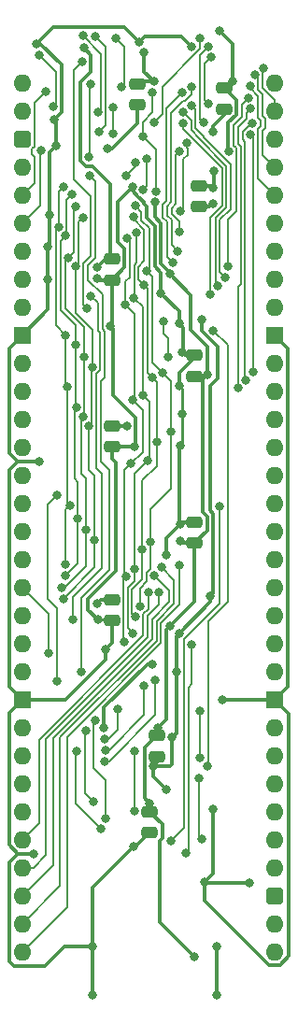
<source format=gbl>
%TF.GenerationSoftware,KiCad,Pcbnew,8.0.4*%
%TF.CreationDate,2024-08-19T19:30:56+02:00*%
%TF.ProjectId,HCP65 Device Interrupts Wide,48435036-3520-4446-9576-69636520496e,rev?*%
%TF.SameCoordinates,PX525bfc0PY43d3480*%
%TF.FileFunction,Copper,L2,Bot*%
%TF.FilePolarity,Positive*%
%FSLAX46Y46*%
G04 Gerber Fmt 4.6, Leading zero omitted, Abs format (unit mm)*
G04 Created by KiCad (PCBNEW 8.0.4) date 2024-08-19 19:30:56*
%MOMM*%
%LPD*%
G01*
G04 APERTURE LIST*
G04 Aperture macros list*
%AMRoundRect*
0 Rectangle with rounded corners*
0 $1 Rounding radius*
0 $2 $3 $4 $5 $6 $7 $8 $9 X,Y pos of 4 corners*
0 Add a 4 corners polygon primitive as box body*
4,1,4,$2,$3,$4,$5,$6,$7,$8,$9,$2,$3,0*
0 Add four circle primitives for the rounded corners*
1,1,$1+$1,$2,$3*
1,1,$1+$1,$4,$5*
1,1,$1+$1,$6,$7*
1,1,$1+$1,$8,$9*
0 Add four rect primitives between the rounded corners*
20,1,$1+$1,$2,$3,$4,$5,0*
20,1,$1+$1,$4,$5,$6,$7,0*
20,1,$1+$1,$6,$7,$8,$9,0*
20,1,$1+$1,$8,$9,$2,$3,0*%
G04 Aperture macros list end*
%TA.AperFunction,SMDPad,CuDef*%
%ADD10RoundRect,0.250000X-0.475000X0.250000X-0.475000X-0.250000X0.475000X-0.250000X0.475000X0.250000X0*%
%TD*%
%TA.AperFunction,SMDPad,CuDef*%
%ADD11RoundRect,0.250000X0.475000X-0.250000X0.475000X0.250000X-0.475000X0.250000X-0.475000X-0.250000X0*%
%TD*%
%TA.AperFunction,ComponentPad*%
%ADD12O,1.600000X1.600000*%
%TD*%
%TA.AperFunction,ComponentPad*%
%ADD13RoundRect,0.400000X-0.400000X-0.400000X0.400000X-0.400000X0.400000X0.400000X-0.400000X0.400000X0*%
%TD*%
%TA.AperFunction,ComponentPad*%
%ADD14R,1.600000X1.600000*%
%TD*%
%TA.AperFunction,ViaPad*%
%ADD15C,0.800000*%
%TD*%
%TA.AperFunction,Conductor*%
%ADD16C,0.380000*%
%TD*%
%TA.AperFunction,Conductor*%
%ADD17C,0.200000*%
%TD*%
%TA.AperFunction,Conductor*%
%ADD18C,0.280000*%
%TD*%
G04 APERTURE END LIST*
D10*
%TO.P,C4,1*%
%TO.N,/3.3V*%
X10414000Y-82000D03*
%TO.P,C4,2*%
%TO.N,/GND*%
X10414000Y-1982000D03*
%TD*%
D11*
%TO.P,C8,1*%
%TO.N,/3.3V*%
X15621000Y-41701000D03*
%TO.P,C8,2*%
%TO.N,/GND*%
X15621000Y-39801000D03*
%TD*%
%TO.P,C1,1*%
%TO.N,/3.3V*%
X15621000Y-26588000D03*
%TO.P,C1,2*%
%TO.N,/GND*%
X15621000Y-24688000D03*
%TD*%
D10*
%TO.P,C12,1*%
%TO.N,/3.3V*%
X18288000Y-463000D03*
%TO.P,C12,2*%
%TO.N,/GND*%
X18288000Y-2363000D03*
%TD*%
%TO.P,C7,1*%
%TO.N,/3.3V*%
X8128000Y-46818000D03*
%TO.P,C7,2*%
%TO.N,/GND*%
X8128000Y-48718000D03*
%TD*%
D11*
%TO.P,C6,1*%
%TO.N,/3.3V*%
X16002000Y-11221000D03*
%TO.P,C6,2*%
%TO.N,/GND*%
X16002000Y-9321000D03*
%TD*%
D10*
%TO.P,C11,1*%
%TO.N,/3.3V*%
X12192000Y-59137000D03*
%TO.P,C11,2*%
%TO.N,/GND*%
X12192000Y-61037000D03*
%TD*%
%TO.P,C2,1*%
%TO.N,/3.3V*%
X8128000Y-31070000D03*
%TO.P,C2,2*%
%TO.N,/GND*%
X8128000Y-32970000D03*
%TD*%
%TO.P,C5,1*%
%TO.N,/3.3V*%
X11557000Y-66045249D03*
%TO.P,C5,2*%
%TO.N,/GND*%
X11557000Y-67945249D03*
%TD*%
%TO.P,C3,1*%
%TO.N,/3.3V*%
X8128000Y-15957000D03*
%TO.P,C3,2*%
%TO.N,/GND*%
X8128000Y-17857000D03*
%TD*%
D12*
%TO.P,J2,1,Pin_1*%
%TO.N,/~{Interrupt}_{Device}4*%
X0Y0D03*
%TO.P,J2,2,Pin_2*%
%TO.N,/~{Interrupt}_{Device}3*%
X0Y-2540000D03*
D13*
%TO.P,J2,3,Pin_3*%
%TO.N,/5V*%
X0Y-5080000D03*
D12*
%TO.P,J2,4,Pin_4*%
%TO.N,/~{Interrupt}_{Device}2*%
X0Y-7620000D03*
%TO.P,J2,5,Pin_5*%
%TO.N,/~{Interrupt}_{Device}1*%
X0Y-10160000D03*
%TO.P,J2,6,Pin_6*%
%TO.N,/~{INT}*%
X0Y-12700000D03*
%TO.P,J2,7,Pin_7*%
%TO.N,unconnected-(J2-Pin_7-Pad7)*%
X0Y-15240000D03*
%TO.P,J2,8,Pin_8*%
%TO.N,unconnected-(J2-Pin_8-Pad8)*%
X0Y-17780000D03*
%TO.P,J2,9,Pin_9*%
%TO.N,unconnected-(J2-Pin_9-Pad9)*%
X0Y-20320000D03*
D14*
%TO.P,J2,10,Pin_10*%
%TO.N,/GND*%
X0Y-22860000D03*
D12*
%TO.P,J2,11,Pin_11*%
%TO.N,/D0*%
X0Y-25400000D03*
%TO.P,J2,12,Pin_12*%
%TO.N,/D1*%
X0Y-27940000D03*
%TO.P,J2,13,Pin_13*%
%TO.N,/D2*%
X0Y-30480000D03*
%TO.P,J2,14,Pin_14*%
%TO.N,/D3*%
X0Y-33020000D03*
%TO.P,J2,15,Pin_15*%
%TO.N,/D4*%
X0Y-35560000D03*
%TO.P,J2,16,Pin_16*%
%TO.N,/D5*%
X0Y-38100000D03*
%TO.P,J2,17,Pin_17*%
%TO.N,/D6*%
X0Y-40640000D03*
%TO.P,J2,18,Pin_18*%
%TO.N,/D7*%
X0Y-43180000D03*
%TO.P,J2,19,Pin_19*%
%TO.N,/~{Device Interrupt}_{ 1..7}*%
X0Y-45720000D03*
%TO.P,J2,20,Pin_20*%
%TO.N,/~{Device Interrupt}_{ 8..15}*%
X0Y-48260000D03*
%TO.P,J2,21,Pin_21*%
%TO.N,/~{Device Interrupt}_{ 16..19}*%
X0Y-50800000D03*
%TO.P,J2,22,Pin_22*%
%TO.N,/~{Device Enable}_{ 1..7}*%
X0Y-53340000D03*
D14*
%TO.P,J2,23,Pin_23*%
%TO.N,/GND*%
X0Y-55880000D03*
D12*
%TO.P,J2,24,Pin_24*%
%TO.N,/~{Device Enable}_{ 8..15}*%
X0Y-58420000D03*
%TO.P,J2,25,Pin_25*%
%TO.N,/~{Device Enable}_{ 16..19}*%
X0Y-60960000D03*
%TO.P,J2,26,Pin_26*%
%TO.N,/~{RD}*%
X0Y-63500000D03*
%TO.P,J2,27,Pin_27*%
%TO.N,unconnected-(J2-Pin_27-Pad27)*%
X0Y-66040000D03*
%TO.P,J2,28,Pin_28*%
%TO.N,/~{Enable}_{Device}19*%
X0Y-68580000D03*
%TO.P,J2,29,Pin_29*%
%TO.N,/~{Enable}_{Device}18*%
X0Y-71120000D03*
%TO.P,J2,30,Pin_30*%
%TO.N,/~{Enable}_{Device}17*%
X0Y-73660000D03*
%TO.P,J2,31,Pin_31*%
%TO.N,/~{Enable}_{Device}16*%
X0Y-76200000D03*
%TO.P,J2,32,Pin_32*%
%TO.N,/~{Enable}_{Device}15*%
X0Y-78740000D03*
%TO.P,J2,33,Pin_33*%
%TO.N,/~{Enable}_{Device}14*%
X22860000Y-78740000D03*
%TO.P,J2,34,Pin_34*%
%TO.N,/~{Enable}_{Device}13*%
X22860000Y-76200000D03*
D13*
%TO.P,J2,35,Pin_35*%
%TO.N,/5V*%
X22860000Y-73660000D03*
D12*
%TO.P,J2,36,Pin_36*%
%TO.N,/~{Enable}_{Device}12*%
X22860000Y-71120000D03*
%TO.P,J2,37,Pin_37*%
%TO.N,/~{Enable}_{Device}11*%
X22860000Y-68580000D03*
%TO.P,J2,38,Pin_38*%
%TO.N,/~{Enable}_{Device}10*%
X22860000Y-66040000D03*
%TO.P,J2,39,Pin_39*%
%TO.N,/~{Enable}_{Device}9*%
X22860000Y-63500000D03*
%TO.P,J2,40,Pin_40*%
%TO.N,/~{Enable}_{Device}8*%
X22860000Y-60960000D03*
%TO.P,J2,41,Pin_41*%
%TO.N,/~{Enable}_{Device}7*%
X22860000Y-58420000D03*
D14*
%TO.P,J2,42,Pin_42*%
%TO.N,/GND*%
X22860000Y-55880000D03*
D12*
%TO.P,J2,43,Pin_43*%
%TO.N,/~{Enable}_{Device}6*%
X22860000Y-53340000D03*
%TO.P,J2,44,Pin_44*%
%TO.N,/~{Enable}_{Device}5*%
X22860000Y-50800000D03*
%TO.P,J2,45,Pin_45*%
%TO.N,/~{Enable}_{Device}4*%
X22860000Y-48260000D03*
%TO.P,J2,46,Pin_46*%
%TO.N,/~{Enable}_{Device}3*%
X22860000Y-45720000D03*
%TO.P,J2,47,Pin_47*%
%TO.N,/~{Enable}_{Device}2*%
X22860000Y-43180000D03*
%TO.P,J2,48,Pin_48*%
%TO.N,/~{Enable}_{Device}1*%
X22860000Y-40640000D03*
%TO.P,J2,49,Pin_49*%
%TO.N,/~{Interrupt}_{Device}19*%
X22860000Y-38100000D03*
%TO.P,J2,50,Pin_50*%
%TO.N,/~{Interrupt}_{Device}18*%
X22860000Y-35560000D03*
%TO.P,J2,51,Pin_51*%
%TO.N,/~{Interrupt}_{Device}17*%
X22860000Y-33020000D03*
%TO.P,J2,52,Pin_52*%
%TO.N,/~{Interrupt}_{Device}16*%
X22860000Y-30480000D03*
%TO.P,J2,53,Pin_53*%
%TO.N,/~{Interrupt}_{Device}15*%
X22860000Y-27940000D03*
%TO.P,J2,54,Pin_54*%
%TO.N,/~{Interrupt}_{Device}14*%
X22860000Y-25400000D03*
D14*
%TO.P,J2,55,Pin_55*%
%TO.N,/GND*%
X22860000Y-22860000D03*
D12*
%TO.P,J2,56,Pin_56*%
%TO.N,/~{Interrupt}_{Device}13*%
X22860000Y-20320000D03*
%TO.P,J2,57,Pin_57*%
%TO.N,/~{Interrupt}_{Device}12*%
X22860000Y-17780000D03*
%TO.P,J2,58,Pin_58*%
%TO.N,/~{Interrupt}_{Device}11*%
X22860000Y-15240000D03*
%TO.P,J2,59,Pin_59*%
%TO.N,/~{Interrupt}_{Device}10*%
X22860000Y-12700000D03*
%TO.P,J2,60,Pin_60*%
%TO.N,/~{Interrupt}_{Device}9*%
X22860000Y-10160000D03*
%TO.P,J2,61,Pin_61*%
%TO.N,/~{Interrupt}_{Device}8*%
X22860000Y-7620000D03*
%TO.P,J2,62,Pin_62*%
%TO.N,/~{Interrupt}_{Device}7*%
X22860000Y-5080000D03*
%TO.P,J2,63,Pin_63*%
%TO.N,/~{Interrupt}_{Device}6*%
X22860000Y-2540000D03*
%TO.P,J2,64,Pin_64*%
%TO.N,/~{Interrupt}_{Device}5*%
X22860000Y0D03*
%TD*%
D15*
%TO.N,/GND*%
X1016003Y-69849997D03*
X1524000Y-34290000D03*
%TO.N,/~{Read Device Interrupt}_{ 1..7}*%
X5334000Y-53340000D03*
X8636000Y-56769000D03*
%TO.N,/~{Device Interrupt}_{ 16..19}*%
X16129000Y-56895994D03*
%TO.N,/~{RD}*%
X10160000Y-65967749D03*
%TO.N,/3.3V*%
X16776116Y-26403878D03*
X6759000Y-47213000D03*
X9497000Y-31070000D03*
X18690632Y-6201368D03*
X14351000Y-41513000D03*
X11938000Y127000D03*
X13414000Y-49206414D03*
X5588000Y3174996D03*
X6782122Y-16688122D03*
X11049000Y2794000D03*
X12319000Y-58420000D03*
X13346987Y-17312427D03*
X17907012Y4699000D03*
X12024168Y-10810231D03*
X11557016Y-65278000D03*
X17272000Y-10922000D03*
X15621000Y-79189000D03*
X19087387Y132000D03*
%TO.N,/GND*%
X6746045Y-17687473D03*
X3045472Y-5715000D03*
X17370729Y-7992102D03*
X13589000Y-59294000D03*
X10617525Y3736738D03*
X13081000Y-42798978D03*
X2871922Y-3351077D03*
X6350000Y-78232000D03*
X11811000Y-52705000D03*
X6858000Y-48641000D03*
X2499080Y-11938000D03*
X1270004Y3556000D03*
X7574911Y-51312218D03*
X14209580Y-49896580D03*
X14489926Y-29972000D03*
X17272000Y-65836249D03*
X14351000Y-32893000D03*
X17653000Y-78232000D03*
X17272000Y-9525000D03*
X13970000Y-53340000D03*
X2333119Y-14859000D03*
X14207502Y-21827498D03*
X14224000Y-27452000D03*
X18161000Y-55880000D03*
X13081000Y-64062749D03*
X2286000Y-17780000D03*
X17653002Y-82676998D03*
X14478000Y-24452000D03*
X11867000Y-61943373D03*
X17059976Y-46482000D03*
X7360351Y-58445422D03*
X7747000Y-5969000D03*
X17272000Y-4445000D03*
X10059869Y-69214751D03*
X15315743Y3310444D03*
X14351000Y-40004992D03*
X7958904Y-22008567D03*
X20574000Y-72517000D03*
X9956577Y-9461597D03*
X16256000Y-21422979D03*
X16510000Y-72390000D03*
X12573000Y-19050006D03*
X6350000Y-82677000D03*
X10177422Y-33000077D03*
%TO.N,/D0*%
X3934080Y-43639000D03*
X3937002Y-22860000D03*
X3302000Y-13081000D03*
X4282361Y-38290500D03*
X3731477Y-9459553D03*
X4042338Y-27580662D03*
%TO.N,/D1*%
X5032361Y-39497000D03*
X3942186Y-13849223D03*
X4877628Y-29413792D03*
X3898335Y-44664695D03*
X4494965Y-10105379D03*
X4826008Y-23749000D03*
%TO.N,/D2*%
X3555342Y-45720000D03*
X4191000Y-15875000D03*
X5588000Y-24793363D03*
X5524247Y-30237597D03*
X5782361Y-40513002D03*
X4826000Y-11176000D03*
%TO.N,/D3*%
X6367151Y-25743012D03*
X6532361Y-41412777D03*
X5503982Y-12214000D03*
X3692436Y-46741146D03*
X4819443Y-16652858D03*
X6003000Y-31115549D03*
%TO.N,/D4*%
X10218145Y-11115205D03*
X10653000Y-47468771D03*
X11582304Y-41571457D03*
X11233002Y-17004132D03*
X13460583Y-31611322D03*
X12675221Y-26288908D03*
%TO.N,/D5*%
X11049000Y-18309998D03*
X10068106Y-12103887D03*
X10256767Y-48390295D03*
X12192000Y-32512000D03*
X10869673Y-42273000D03*
X11769131Y-26712000D03*
%TO.N,/D6*%
X10333303Y-13604151D03*
X10908882Y-28287800D03*
X10033000Y-49870295D03*
X10101139Y-19474637D03*
X10160389Y-44068615D03*
X11366501Y-34226499D03*
%TO.N,/D7*%
X9328101Y-20109000D03*
X9862063Y-34500063D03*
X9451947Y-14076610D03*
X10015544Y-28737193D03*
X9271000Y-50673022D03*
X9421492Y-44742438D03*
%TO.N,/~{Read Device Interrupt}_{ 8..15}*%
X6223000Y-19304000D03*
X12065000Y-54102000D03*
X7493000Y-61468000D03*
X4572000Y-48641000D03*
%TO.N,/~{Interrupt}_{Device}15*%
X14579145Y-3650054D03*
X17003475Y-19191136D03*
%TO.N,/~{Interrupt}_{Device}14*%
X17703475Y-18412914D03*
X14568881Y-2650104D03*
%TO.N,/~{Interrupt}_{Device}13*%
X18400975Y-17621342D03*
X15364000Y-2032000D03*
%TO.N,/~{Interrupt}_{Device}12*%
X18604000Y-16642165D03*
X20473591Y-1367219D03*
%TO.N,/~{Interrupt}_{Device}11*%
X13637235Y-16304235D03*
X14501698Y-907826D03*
%TO.N,/~{Interrupt}_{Device}10*%
X15339349Y-361614D03*
X14082731Y-15255439D03*
%TO.N,/~{Interrupt}_{Device}9*%
X20639062Y-254000D03*
%TO.N,/~{Interrupt}_{Device}8*%
X21056757Y715353D03*
%TO.N,/~{Interrupt}_{Device}7*%
X14235999Y-13462000D03*
X8230171Y-4583382D03*
X14254627Y-6214352D03*
X8260225Y-2245000D03*
%TO.N,/~{Interrupt}_{Device}6*%
X21844000Y1332000D03*
%TO.N,/~{Interrupt}_{Device}4*%
X14312100Y-11639057D03*
X14896832Y-5447816D03*
%TO.N,/~{Interrupt}_{Device}3*%
X12090500Y-9812431D03*
X11811000Y-889000D03*
X10898801Y-4826008D03*
%TO.N,/~{Interrupt}_{Device}2*%
X6223000Y-127000D03*
X6055514Y-6739856D03*
X11303000Y-6858000D03*
X10960584Y-9646004D03*
%TO.N,/~{Interrupt}_{Device}1*%
X9423096Y-8447000D03*
X10282364Y-7206002D03*
X2159000Y-762000D03*
%TO.N,/~{RD}*%
X10160000Y-60605579D03*
%TO.N,/~{Device Interrupt}_{ 8..15}*%
X11020227Y-54610000D03*
X7580852Y-60452010D03*
%TO.N,/~{Read Device Interrupt}_{ 16..19}*%
X17316158Y-22421929D03*
X16771109Y-61901109D03*
%TO.N,/~{Device Interrupt}_{ 16..19}*%
X16064000Y-61194000D03*
%TO.N,/~{Interrupt}_{Device}19*%
X12827000Y-21590000D03*
X13226046Y-24850399D03*
X5842000Y-20447000D03*
X5433000Y1921270D03*
%TO.N,/~{Interrupt}_{Device}18*%
X19521360Y-27655769D03*
X20660392Y-2349619D03*
%TO.N,/~{Interrupt}_{Device}17*%
X20269661Y-26976227D03*
X20862612Y-3653616D03*
%TO.N,/~{Interrupt}_{Device}16*%
X20955000Y-26162000D03*
X20659980Y-4699000D03*
%TO.N,/~{Device Enable}_{ 8..15}*%
X7111994Y-67611336D03*
X4941000Y-60578996D03*
%TO.N,/~{Read Device Enable}_{ 8..15}*%
X13459346Y-68707000D03*
X17872851Y-38407640D03*
%TO.N,/~{Read Device Enable}_{ 16..19}*%
X15370000Y-50886701D03*
X14859000Y-69773255D03*
%TO.N,/~{Device Enable}_{ 16..19}*%
X16225998Y-68533251D03*
X16002000Y-62992000D03*
%TO.N,/~{Enable}_{Device}19*%
X11403289Y-46136597D03*
%TO.N,/~{Enable}_{Device}18*%
X12402606Y-46194561D03*
%TO.N,/~{Enable}_{Device}17*%
X11958465Y-44656597D03*
%TO.N,/~{Enable}_{Device}16*%
X12611165Y-43898977D03*
%TO.N,/~{Enable}_{Device}15*%
X14224000Y-43688000D03*
%TO.N,/~{Read Device Interrupt}_{ 1..7}*%
X7493000Y-59442974D03*
X6086399Y-8372399D03*
%TO.N,/~{Device Interrupt}_{ 1..7}*%
X2413000Y-51689000D03*
%TO.N,/~{Read Device Enable}_{ 1..7}*%
X7575343Y-66673366D03*
X3175000Y-37338000D03*
X6623122Y-57769780D03*
X3175000Y-54229000D03*
%TO.N,/~{Device Enable}_{ 1..7}*%
X6477000Y-65151000D03*
X5734594Y-58693594D03*
%TO.N,Net-(IC2-2Y)*%
X1521085Y2512005D03*
X2766000Y-2171885D03*
%TO.N,Net-(IC2-3Y)*%
X5484783Y4296663D03*
X6854994Y-2645000D03*
%TO.N,Net-(IC2-1Y)*%
X8509000Y4036000D03*
X8955010Y-381000D03*
%TO.N,Net-(IC6-2Y)*%
X11956926Y-3579868D03*
X16112386Y4036681D03*
%TO.N,Net-(IC6-3Y)*%
X16883187Y3309813D03*
X16447440Y-3618560D03*
%TO.N,Net-(IC6-1Y)*%
X17148885Y2335826D03*
X16881706Y-1920134D03*
%TO.N,/~{INT}*%
X1689711Y-6147099D03*
X6641963Y4227938D03*
X6985000Y-4445000D03*
%TD*%
D16*
%TO.N,/GND*%
X13970000Y-58913000D02*
X13970000Y-53340000D01*
X13589000Y-59294000D02*
X13970000Y-58913000D01*
X13970000Y-50136160D02*
X13970000Y-53340000D01*
X14209580Y-49896580D02*
X13970000Y-50136160D01*
D17*
%TO.N,/~{Device Interrupt}_{ 16..19}*%
X16129000Y-61129000D02*
X16129000Y-56895994D01*
X16064000Y-61194000D02*
X16129000Y-61129000D01*
D16*
%TO.N,/GND*%
X22860000Y-55880000D02*
X18161000Y-55880000D01*
D17*
%TO.N,/~{Read Device Interrupt}_{ 16..19}*%
X18657000Y-23762771D02*
X17316158Y-22421929D01*
X16891000Y-48770799D02*
X18657000Y-47004799D01*
X16771109Y-61901109D02*
X16891000Y-61781218D01*
X18657000Y-47004799D02*
X18657000Y-23762771D01*
X16891000Y-61781218D02*
X16891000Y-48770799D01*
%TO.N,/~{Enable}_{Device}15*%
X12556769Y-48923977D02*
X14224000Y-47256746D01*
X12556769Y-50766923D02*
X12556769Y-48923977D01*
X4064000Y-59259692D02*
X12556769Y-50766923D01*
X4064000Y-74676000D02*
X4064000Y-59259692D01*
X14224000Y-47256746D02*
X14224000Y-43688000D01*
X0Y-78740000D02*
X4064000Y-74676000D01*
%TO.N,/~{Enable}_{Device}16*%
X13754479Y-47160582D02*
X13754479Y-45042291D01*
X3429000Y-59329005D02*
X12156767Y-50601238D01*
X3429000Y-72771000D02*
X3429000Y-59329005D01*
X12156767Y-50601238D02*
X12156767Y-48758293D01*
X13754479Y-45042291D02*
X12611165Y-43898977D01*
X0Y-76200000D02*
X3429000Y-72771000D01*
X12156767Y-48758293D02*
X13754479Y-47160582D01*
%TO.N,/~{Enable}_{Device}17*%
X11756767Y-48592607D02*
X13299568Y-47049807D01*
X11756767Y-50435553D02*
X11756767Y-48592607D01*
X13299568Y-47049807D02*
X13299568Y-45997700D01*
X2794000Y-70866000D02*
X2794000Y-59398320D01*
X2794000Y-59398320D02*
X11756767Y-50435553D01*
X0Y-73660000D02*
X2794000Y-70866000D01*
X13299568Y-45997700D02*
X11958465Y-44656597D01*
%TO.N,/~{Enable}_{Device}18*%
X1016000Y-71120000D02*
X0Y-71120000D01*
X2159000Y-59467635D02*
X2159000Y-69977000D01*
X11356767Y-48320640D02*
X11356767Y-50269868D01*
X12402606Y-46194561D02*
X12402606Y-47274801D01*
X12402606Y-47274801D02*
X11356767Y-48320640D01*
X11356767Y-50269868D02*
X2159000Y-59467635D01*
X2159000Y-69977000D02*
X1016000Y-71120000D01*
%TO.N,/~{Enable}_{Device}19*%
X1524000Y-59536950D02*
X10956767Y-50104183D01*
X10956767Y-50104183D02*
X10956767Y-48154954D01*
X10956767Y-48154954D02*
X11403289Y-47708432D01*
X1524000Y-67056000D02*
X1524000Y-59536950D01*
X11403289Y-47708432D02*
X11403289Y-46136597D01*
X0Y-68580000D02*
X1524000Y-67056000D01*
%TO.N,/~{Device Enable}_{ 8..15}*%
X7111994Y-67611336D02*
X4833024Y-65332366D01*
X4833024Y-65332366D02*
X4833024Y-60686972D01*
X4833024Y-60686972D02*
X4941000Y-60578996D01*
D16*
%TO.N,/GND*%
X1016000Y-69850000D02*
X1016003Y-69849997D01*
X-412915Y-69850000D02*
X1016000Y-69850000D01*
X-1192372Y-70629457D02*
X-412915Y-69850000D01*
X-1192372Y-70739000D02*
X-1192372Y-70629457D01*
X-1192372Y-70739000D02*
X-1192372Y-79579628D01*
X-412915Y-69850000D02*
X-1192372Y-69070543D01*
X-1192372Y-69070543D02*
X-1192372Y-57072372D01*
D17*
%TO.N,/~{Device Interrupt}_{ 1..7}*%
X0Y-45720000D02*
X2413000Y-48133000D01*
X2413000Y-48133000D02*
X2413000Y-51689000D01*
%TO.N,/~{Read Device Enable}_{ 1..7}*%
X2286000Y-38227000D02*
X3175000Y-37338000D01*
X3175000Y-47625000D02*
X2286000Y-46736000D01*
X2286000Y-46736000D02*
X2286000Y-38227000D01*
X3175000Y-54229000D02*
X3175000Y-47625000D01*
D16*
%TO.N,/GND*%
X-1190000Y-35052000D02*
X-428000Y-34290000D01*
X-1190000Y-35052000D02*
X-1190000Y-54690000D01*
X-428000Y-34290000D02*
X1524000Y-34290000D01*
X-1190000Y-33528000D02*
X-428000Y-34290000D01*
X-1190000Y-24050000D02*
X-1190000Y-33528000D01*
D17*
%TO.N,/~{Read Device Enable}_{ 8..15}*%
X14670000Y-50426113D02*
X17872851Y-47223262D01*
X14670000Y-67496346D02*
X14670000Y-50426113D01*
X13459346Y-68707000D02*
X14670000Y-67496346D01*
D16*
%TO.N,/GND*%
X17689775Y-23912775D02*
X16256000Y-22479000D01*
X17689775Y-26771574D02*
X17689775Y-23912775D01*
X17018000Y-38740732D02*
X17018000Y-27443349D01*
X17316000Y-39038732D02*
X17018000Y-38740732D01*
X16256000Y-22479000D02*
X16256000Y-21422979D01*
X17316000Y-46225976D02*
X17316000Y-39038732D01*
X17059976Y-46482000D02*
X17316000Y-46225976D01*
X17018000Y-27443349D02*
X17689775Y-26771574D01*
%TO.N,/3.3V*%
X16311000Y-26868994D02*
X16776116Y-26403878D01*
X15621000Y-41701000D02*
X16736000Y-40586000D01*
X16311000Y-38853976D02*
X16311000Y-26868994D01*
X16736000Y-39278976D02*
X16311000Y-38853976D01*
D17*
%TO.N,/~{Read Device Enable}_{ 8..15}*%
X17872851Y-47223262D02*
X17872851Y-38407640D01*
D16*
%TO.N,/3.3V*%
X16736000Y-40586000D02*
X16736000Y-39278976D01*
X15621000Y-46999414D02*
X15621000Y-41701000D01*
X13414000Y-49206414D02*
X15621000Y-46999414D01*
D17*
%TO.N,/~{Read Device Interrupt}_{ 1..7}*%
X8636000Y-56769000D02*
X8636000Y-58614465D01*
X7807491Y-59442974D02*
X7493000Y-59442974D01*
X8636000Y-58614465D02*
X7807491Y-59442974D01*
D16*
%TO.N,/GND*%
X11311657Y-52705000D02*
X11811000Y-52705000D01*
X7413122Y-58392651D02*
X7413122Y-56603535D01*
X7413122Y-56603535D02*
X11311657Y-52705000D01*
X7360351Y-58445422D02*
X7413122Y-58392651D01*
D17*
%TO.N,/~{Read Device Enable}_{ 1..7}*%
X6461623Y-62055253D02*
X6461623Y-57931279D01*
X6461623Y-57931279D02*
X6623122Y-57769780D01*
X7575343Y-63168973D02*
X6461623Y-62055253D01*
X7575343Y-66673366D02*
X7575343Y-63168973D01*
%TO.N,/~{RD}*%
X10160000Y-65532000D02*
X10160000Y-60605579D01*
D16*
%TO.N,/3.3V*%
X13046767Y-57692233D02*
X12319000Y-58420000D01*
X13046767Y-49573647D02*
X13046767Y-57692233D01*
X12319000Y-59010000D02*
X12319000Y-58420000D01*
X13414000Y-49206414D02*
X13046767Y-49573647D01*
X11077000Y-60252000D02*
X11077000Y-64797984D01*
X11077000Y-64797984D02*
X11557016Y-65278000D01*
D17*
%TO.N,/~{Read Device Interrupt}_{ 1..7}*%
X5334000Y-46678036D02*
X5334000Y-53340000D01*
X7874000Y-44138036D02*
X5334000Y-46678036D01*
X7103000Y-27060000D02*
X7103000Y-34281000D01*
X7493000Y-26670000D02*
X7103000Y-27060000D01*
X7874000Y-35052000D02*
X7874000Y-44138036D01*
X7493000Y-22532613D02*
X7493000Y-26670000D01*
X5919443Y-17850821D02*
X7259207Y-19190585D01*
X5919443Y-16560851D02*
X5919443Y-17850821D01*
X6086399Y-8372399D02*
X6604000Y-8890000D01*
X7259207Y-22298820D02*
X7493000Y-22532613D01*
X6604000Y-8890000D02*
X6604000Y-15876294D01*
X7103000Y-34281000D02*
X7874000Y-35052000D01*
X6604000Y-15876294D02*
X5919443Y-16560851D01*
X7259207Y-19190585D02*
X7259207Y-22298820D01*
%TO.N,/~{Read Device Interrupt}_{ 8..15}*%
X4572000Y-46609000D02*
X4572000Y-48641000D01*
X7232361Y-43948639D02*
X4572000Y-46609000D01*
X7232361Y-35426361D02*
X7232361Y-43948639D01*
X7067151Y-26032962D02*
X6703000Y-26397113D01*
X7067151Y-22672450D02*
X7067151Y-26032962D01*
X6858904Y-22464203D02*
X7067151Y-22672450D01*
X6703000Y-34897000D02*
X7232361Y-35426361D01*
X6858904Y-19939904D02*
X6858904Y-22464203D01*
X6703000Y-26397113D02*
X6703000Y-34897000D01*
X6223000Y-19304000D02*
X6858904Y-19939904D01*
%TO.N,/D3*%
X3692456Y-46741146D02*
X3692436Y-46741146D01*
X6532361Y-43901241D02*
X3692456Y-46741146D01*
X6532361Y-41412777D02*
X6532361Y-43901241D01*
%TO.N,/D2*%
X3832980Y-45720000D02*
X3555342Y-45720000D01*
X5782361Y-40513002D02*
X5782361Y-43770619D01*
X5782361Y-43770619D02*
X3832980Y-45720000D01*
D16*
%TO.N,/GND*%
X8128000Y-32970000D02*
X8128000Y-34036000D01*
X8509000Y-34417000D02*
X8509000Y-44196000D01*
X8128000Y-34036000D02*
X8509000Y-34417000D01*
X5969000Y-46736000D02*
X5969000Y-47752000D01*
X8509000Y-44196000D02*
X5969000Y-46736000D01*
X5969000Y-47752000D02*
X6858000Y-48641000D01*
D17*
%TO.N,/D3*%
X6532361Y-35615361D02*
X6003000Y-35086000D01*
X6003000Y-35086000D02*
X6003000Y-31115549D01*
X6532361Y-41412777D02*
X6532361Y-35615361D01*
%TO.N,/D2*%
X5303000Y-35402000D02*
X5782361Y-35881361D01*
X5303000Y-30458844D02*
X5303000Y-35402000D01*
X5524247Y-30237597D02*
X5303000Y-30458844D01*
X5782361Y-35881361D02*
X5782361Y-40513002D01*
%TO.N,/D1*%
X5032361Y-36147361D02*
X5032361Y-39497000D01*
X4757382Y-35872382D02*
X5032361Y-36147361D01*
X4757382Y-29534038D02*
X4757382Y-35872382D01*
X4877628Y-29413792D02*
X4757382Y-29534038D01*
%TO.N,/D0*%
X4042338Y-38050477D02*
X4282361Y-38290500D01*
X4042338Y-27580662D02*
X4042338Y-38050477D01*
X3934080Y-43639000D02*
X3934080Y-38638781D01*
X3934080Y-38638781D02*
X4282361Y-38290500D01*
%TO.N,/D1*%
X3898335Y-44664695D02*
X5032361Y-43530669D01*
X5032361Y-43530669D02*
X5032361Y-39497000D01*
D16*
%TO.N,/GND*%
X10147345Y-32970000D02*
X10177422Y-33000077D01*
X10287000Y-32890499D02*
X10177422Y-33000077D01*
X8128000Y-32970000D02*
X10147345Y-32970000D01*
X8223029Y-28289029D02*
X10287000Y-30353000D01*
X7958904Y-22008567D02*
X8223029Y-22272692D01*
X8223029Y-22272692D02*
X8223029Y-28289029D01*
D17*
%TO.N,/D7*%
X9421492Y-44742438D02*
X9252000Y-44572946D01*
X9252000Y-35110126D02*
X9862063Y-34500063D01*
X10900384Y-33461742D02*
X9862063Y-34500063D01*
X10900384Y-29622033D02*
X10900384Y-33461742D01*
X10015544Y-28737193D02*
X10900384Y-29622033D01*
D16*
%TO.N,/GND*%
X10287000Y-30353000D02*
X10287000Y-32890499D01*
D17*
%TO.N,/D7*%
X9252000Y-44572946D02*
X9252000Y-35110126D01*
%TO.N,/D6*%
X10160389Y-35432611D02*
X11366501Y-34226499D01*
X10160389Y-44068615D02*
X10160389Y-35432611D01*
X11492000Y-34101000D02*
X11366501Y-34226499D01*
X10908882Y-28287800D02*
X11492000Y-28870918D01*
X11492000Y-28870918D02*
X11492000Y-34101000D01*
%TO.N,/D5*%
X10869673Y-36037988D02*
X12192000Y-34715661D01*
X10869673Y-42273000D02*
X10869673Y-36037988D01*
X12192000Y-34715661D02*
X12192000Y-32512000D01*
D16*
%TO.N,/GND*%
X7574911Y-52242089D02*
X7574911Y-51312218D01*
X3937000Y-55880000D02*
X7574911Y-52242089D01*
X0Y-55880000D02*
X3937000Y-55880000D01*
D17*
%TO.N,/~{Read Device Interrupt}_{ 8..15}*%
X7842894Y-61468000D02*
X7493000Y-61468000D01*
X12065000Y-57245894D02*
X7842894Y-61468000D01*
X12065000Y-54102000D02*
X12065000Y-57245894D01*
%TO.N,/~{Device Interrupt}_{ 8..15}*%
X7866038Y-60452010D02*
X7580852Y-60452010D01*
X11020227Y-57297821D02*
X7866038Y-60452010D01*
X11020227Y-54610000D02*
X11020227Y-57297821D01*
%TO.N,/~{Device Enable}_{ 1..7}*%
X5715000Y-64389000D02*
X6477000Y-65151000D01*
X5715000Y-58713188D02*
X5715000Y-64389000D01*
X5734594Y-58693594D02*
X5715000Y-58713188D01*
%TO.N,/~{Device Enable}_{ 16..19}*%
X16002000Y-68309253D02*
X16002000Y-62992000D01*
X16225998Y-68533251D02*
X16002000Y-68309253D01*
D16*
%TO.N,/GND*%
X11867000Y-61943373D02*
X11867000Y-62848749D01*
%TO.N,/3.3V*%
X12192000Y-59137000D02*
X11077000Y-60252000D01*
X11557000Y-65278016D02*
X11557016Y-65278000D01*
X11557000Y-66045249D02*
X11557000Y-65278016D01*
X12672000Y-68467273D02*
X12672000Y-67160249D01*
X12468548Y-68670725D02*
X12672000Y-68467273D01*
X12672000Y-67160249D02*
X11557000Y-66045249D01*
X12468548Y-76036548D02*
X12468548Y-68670725D01*
X15621000Y-79189000D02*
X12468548Y-76036548D01*
%TO.N,/GND*%
X10287498Y-69214751D02*
X11557000Y-67945249D01*
X10059869Y-69214751D02*
X10287498Y-69214751D01*
X6350000Y-72924620D02*
X6350000Y-78232000D01*
X10059869Y-69214751D02*
X6350000Y-72924620D01*
X11867000Y-62848749D02*
X13081000Y-64062749D01*
X17272000Y-71628000D02*
X16510000Y-72390000D01*
X17272000Y-65836249D02*
X17272000Y-71628000D01*
X2032000Y-80010000D02*
X3810000Y-78232000D01*
X-762000Y-80010000D02*
X2032000Y-80010000D01*
X3810000Y-78232000D02*
X6350000Y-78232000D01*
X-1192372Y-79579628D02*
X-762000Y-80010000D01*
X0Y-55880000D02*
X-1192372Y-57072372D01*
X6350000Y-78232000D02*
X6350000Y-82677000D01*
X17653000Y-82676996D02*
X17653002Y-82676998D01*
X17653000Y-78232000D02*
X17653000Y-82676996D01*
%TO.N,/3.3V*%
X19069469Y132000D02*
X19087387Y132000D01*
X14539000Y-41701000D02*
X14351000Y-41513000D01*
X8001000Y-9148113D02*
X6395658Y-7542771D01*
X18288000Y-463000D02*
X19403000Y-1578000D01*
X8128000Y-46818000D02*
X7154000Y-46818000D01*
X8128000Y-31070000D02*
X9497000Y-31070000D01*
X16591994Y-26588000D02*
X16776116Y-26403878D01*
X17907012Y4699000D02*
X19087387Y3518625D01*
X19403000Y-1578000D02*
X19403000Y-2878097D01*
X6223000Y1016000D02*
X6223000Y2539996D01*
X8001000Y-15830000D02*
X8001000Y-9148113D01*
X12573000Y-16406657D02*
X12573000Y-12717314D01*
X16776116Y-26403878D02*
X16776116Y-23873866D01*
X11049000Y1016000D02*
X11938000Y127000D01*
X18670000Y-3611097D02*
X18670000Y-6180736D01*
X18474469Y-463000D02*
X19069469Y132000D01*
X5265514Y-7067085D02*
X5265514Y58514D01*
X5741200Y-7542771D02*
X5265514Y-7067085D01*
X11938000Y127000D02*
X10623000Y127000D01*
X16973000Y-11221000D02*
X17272000Y-10922000D01*
X15268000Y-19233440D02*
X13346987Y-17312427D01*
X8128000Y-15957000D02*
X7513244Y-15957000D01*
X19403000Y-2878097D02*
X18670000Y-3611097D01*
X6223000Y2539996D02*
X5588000Y3174996D01*
X15621000Y-41701000D02*
X14539000Y-41701000D01*
X12573000Y-12717314D02*
X12024168Y-12168482D01*
X6395658Y-7542771D02*
X5741200Y-7542771D01*
X15621000Y-26588000D02*
X16591994Y-26588000D01*
X5265514Y58514D02*
X6223000Y1016000D01*
X7513244Y-15957000D02*
X6782122Y-16688122D01*
X19087387Y3518625D02*
X19087387Y132000D01*
X18670000Y-6180736D02*
X18690632Y-6201368D01*
X16002000Y-11221000D02*
X16973000Y-11221000D01*
X16776116Y-23873866D02*
X15268000Y-22365750D01*
X11049000Y2794000D02*
X11049000Y1016000D01*
X13346987Y-17180644D02*
X12573000Y-16406657D01*
X13346987Y-17312427D02*
X13346987Y-17180644D01*
X7154000Y-46818000D02*
X6759000Y-47213000D01*
X12024168Y-12168482D02*
X12024168Y-10810231D01*
X15268000Y-22365750D02*
X15268000Y-19233440D01*
%TO.N,/GND*%
X11071787Y4191000D02*
X10617525Y3736738D01*
X24050000Y-24050000D02*
X24050000Y-54690000D01*
X8128000Y-17857000D02*
X9243000Y-16742000D01*
X17272000Y-3937000D02*
X17272000Y-4445000D01*
X17059976Y-47046184D02*
X17059976Y-46482000D01*
X14224000Y-39877992D02*
X14224000Y-33020000D01*
X22860000Y-22860000D02*
X24050000Y-24050000D01*
X1270004Y3556000D02*
X1651000Y3556000D01*
X17272000Y-9525000D02*
X17370729Y-9426271D01*
X8661947Y-10756227D02*
X9956577Y-9461597D01*
X11993000Y-12957558D02*
X11290114Y-12254672D01*
X14224000Y-33020000D02*
X14351000Y-32893000D01*
X14605000Y-24325000D02*
X14605000Y-22224996D01*
X-1190000Y-54690000D02*
X0Y-55880000D01*
X15621000Y-39801000D02*
X14554992Y-39801000D01*
X14224000Y-26289000D02*
X14224000Y-27452000D01*
X2499080Y-6261392D02*
X2499080Y-11938000D01*
X12192000Y-61037000D02*
X12192000Y-61618373D01*
X17068000Y-9321000D02*
X17272000Y-9525000D01*
X9956577Y-9759226D02*
X9956577Y-9461597D01*
X2333119Y-20526881D02*
X2333119Y-17827119D01*
X15621000Y-24688000D02*
X14714000Y-24688000D01*
X0Y-22860000D02*
X-1190000Y-24050000D01*
X11290114Y-11193406D02*
X11008145Y-10911437D01*
X10545374Y-10325205D02*
X10522556Y-10325205D01*
X14351000Y-40004992D02*
X13081000Y-41274992D01*
X2499080Y-11938000D02*
X2499080Y-14693039D01*
X14605000Y-22224996D02*
X14207502Y-21827498D01*
X8128000Y-21839471D02*
X7958904Y-22008567D01*
X14207502Y-20684508D02*
X14207502Y-21827498D01*
X16637000Y-72517000D02*
X16510000Y-72390000D01*
X1270004Y3556000D02*
X2800667Y5086663D01*
X14714000Y-24688000D02*
X14478000Y-24452000D01*
X22367085Y-79930000D02*
X16510000Y-74072915D01*
X11008145Y-10911437D02*
X11008145Y-10787976D01*
X15315743Y3310444D02*
X14435187Y4191000D01*
X2286000Y-17780000D02*
X2333119Y-17732881D01*
X12573000Y-19050006D02*
X14207502Y-20684508D01*
X6915572Y-17857000D02*
X6746045Y-17687473D01*
X3556000Y1651000D02*
X3556000Y-2666999D01*
D18*
X14489926Y-29972000D02*
X14489926Y-27717926D01*
D16*
X14435187Y4191000D02*
X11071787Y4191000D01*
X11008145Y-10787976D02*
X10545374Y-10325205D01*
X11290114Y-12254672D02*
X11290114Y-11193406D01*
X24175000Y-79107915D02*
X23352915Y-79930000D01*
X9243000Y-14984892D02*
X8661947Y-14403839D01*
X1651000Y3556000D02*
X3556000Y1651000D01*
X13081000Y-41274992D02*
X13081000Y-42798978D01*
X8128000Y-5969000D02*
X7747000Y-5969000D01*
D18*
X14351000Y-32893000D02*
X14489926Y-32754074D01*
D16*
X3045472Y-3524627D02*
X3045472Y-5715000D01*
X12556987Y-19033993D02*
X12556987Y-17210888D01*
X22860000Y-55880000D02*
X24175000Y-57195000D01*
X2871922Y-3351077D02*
X3045472Y-3524627D01*
X14554992Y-39801000D02*
X14351000Y-40004992D01*
X2499080Y-14693039D02*
X2333119Y-14859000D01*
X10414000Y-3683000D02*
X8128000Y-5969000D01*
D18*
X6858000Y-48641000D02*
X8051000Y-48641000D01*
D16*
X18288000Y-2921000D02*
X17272000Y-3937000D01*
D18*
X14489926Y-32754074D02*
X14489926Y-29972000D01*
D16*
X16002000Y-9321000D02*
X17068000Y-9321000D01*
X11993000Y-16646901D02*
X11993000Y-12957558D01*
X14478000Y-24452000D02*
X14605000Y-24325000D01*
X8128000Y-50759129D02*
X7574911Y-51312218D01*
X18288000Y-2363000D02*
X18288000Y-2921000D01*
X12192000Y-61618373D02*
X11867000Y-61943373D01*
X10522556Y-10325205D02*
X9956577Y-9759226D01*
X24175000Y-57195000D02*
X24175000Y-79107915D01*
X24050000Y-54690000D02*
X22860000Y-55880000D01*
X8128000Y-17857000D02*
X6915572Y-17857000D01*
X13589000Y-61722000D02*
X13367627Y-61943373D01*
X10414000Y-1982000D02*
X10414000Y-3683000D01*
X13589000Y-59294000D02*
X13589000Y-61722000D01*
X15621000Y-24892000D02*
X14224000Y-26289000D01*
X14351000Y-40004992D02*
X14224000Y-39877992D01*
X2800667Y5086663D02*
X9267600Y5086663D01*
X12556987Y-17210888D02*
X11993000Y-16646901D01*
D18*
X14489926Y-27717926D02*
X14224000Y-27452000D01*
D16*
X9267600Y5086663D02*
X10617525Y3736738D01*
X16510000Y-74072915D02*
X16510000Y-72390000D01*
X20574000Y-72517000D02*
X16637000Y-72517000D01*
X23352915Y-79930000D02*
X22367085Y-79930000D01*
X14209580Y-49896580D02*
X17059976Y-47046184D01*
X17370729Y-9426271D02*
X17370729Y-7992102D01*
X13367627Y-61943373D02*
X11867000Y-61943373D01*
X0Y-22860000D02*
X2333119Y-20526881D01*
X8661947Y-14403839D02*
X8661947Y-10756227D01*
X12573000Y-19050006D02*
X12556987Y-19033993D01*
X3556000Y-2666999D02*
X2871922Y-3351077D01*
X2333119Y-17827119D02*
X2286000Y-17780000D01*
X8128000Y-48718000D02*
X8128000Y-50759129D01*
X9243000Y-16742000D02*
X9243000Y-14984892D01*
X3045472Y-5715000D02*
X2499080Y-6261392D01*
X8128000Y-17857000D02*
X8128000Y-21839471D01*
X2333119Y-17732881D02*
X2333119Y-14859000D01*
D17*
%TO.N,/D0*%
X3056000Y-13327000D02*
X3302000Y-13081000D01*
X3302000Y-9889030D02*
X3731477Y-9459553D01*
X4042338Y-27580662D02*
X3937002Y-27475326D01*
X3937002Y-22860000D02*
X3056000Y-21978998D01*
X3056000Y-21978998D02*
X3056000Y-13327000D01*
X3937002Y-27475326D02*
X3937002Y-22860000D01*
X3302000Y-13081000D02*
X3302000Y-9889030D01*
%TO.N,/D1*%
X3942186Y-13849223D02*
X4002000Y-13789409D01*
X4826008Y-23749000D02*
X4826008Y-21959379D01*
X3472000Y-14319409D02*
X3942186Y-13849223D01*
X4002000Y-10598344D02*
X4494965Y-10105379D01*
X4877628Y-29413792D02*
X4826008Y-29362172D01*
X3472000Y-20605371D02*
X3472000Y-14319409D01*
X4826008Y-21959379D02*
X3472000Y-20605371D01*
X4826008Y-29362172D02*
X4826008Y-23749000D01*
X4002000Y-13789409D02*
X4002000Y-10598344D01*
%TO.N,/D2*%
X3872000Y-20439685D02*
X3872000Y-16194000D01*
X5588002Y-30173842D02*
X5588002Y-24793365D01*
X4191000Y-15875000D02*
X4677000Y-15389000D01*
X3872000Y-16194000D02*
X4191000Y-15875000D01*
X4677000Y-15389000D02*
X4677000Y-11325000D01*
X5588000Y-24793363D02*
X5588000Y-22155685D01*
X5588000Y-22155685D02*
X3872000Y-20439685D01*
X5588002Y-24793365D02*
X5588000Y-24793363D01*
X4677000Y-11325000D02*
X4826000Y-11176000D01*
X5524247Y-30237597D02*
X5588002Y-30173842D01*
%TO.N,/D3*%
X4819443Y-20821443D02*
X4819443Y-16652858D01*
X6367151Y-25743012D02*
X6367151Y-22369151D01*
X4819443Y-16652858D02*
X5119443Y-16352858D01*
X5119443Y-16352858D02*
X5119443Y-12598539D01*
X6003000Y-31115549D02*
X6303000Y-30815549D01*
X5119443Y-12598539D02*
X5503982Y-12214000D01*
X6367151Y-22369151D02*
X4819443Y-20821443D01*
X6303000Y-30815549D02*
X6303000Y-25807163D01*
X6303000Y-25807163D02*
X6367151Y-25743012D01*
%TO.N,/D4*%
X11233002Y-17004132D02*
X11749890Y-17521020D01*
X13460583Y-27074270D02*
X12675221Y-26288908D01*
X10800114Y-11697174D02*
X10218145Y-11115205D01*
X11258465Y-44366647D02*
X11258465Y-45187221D01*
X13460583Y-31611322D02*
X13460583Y-27074270D01*
X11503000Y-16734134D02*
X11503000Y-13160522D01*
X11233002Y-17004132D02*
X11503000Y-16734134D01*
X11749890Y-17521020D02*
X11749890Y-25363577D01*
X11582304Y-44042808D02*
X11258465Y-44366647D01*
X10653000Y-45792686D02*
X10653000Y-47468771D01*
X13460583Y-36773453D02*
X11582304Y-38651732D01*
X10800114Y-12457636D02*
X10800114Y-11697174D01*
X11582304Y-41571457D02*
X11582304Y-44042808D01*
X13460583Y-31611322D02*
X13460583Y-36773453D01*
X11503000Y-13160522D02*
X10800114Y-12457636D01*
X11582304Y-38651732D02*
X11582304Y-41571457D01*
X11749890Y-25363577D02*
X12675221Y-26288908D01*
X11258465Y-45187221D02*
X10653000Y-45792686D01*
%TO.N,/D5*%
X11049000Y-18309998D02*
X10533000Y-17793998D01*
X10068106Y-12320334D02*
X10068106Y-12103887D01*
X9953000Y-45927000D02*
X9953000Y-48086528D01*
X10858465Y-45021535D02*
X9953000Y-45927000D01*
X11049000Y-13301228D02*
X10068106Y-12320334D01*
X12192000Y-27134869D02*
X12192000Y-32512000D01*
X10869673Y-44233731D02*
X10858465Y-44244939D01*
X11769131Y-26712000D02*
X12192000Y-27134869D01*
X10533000Y-16671253D02*
X11049000Y-16155253D01*
X10869673Y-42273000D02*
X10869673Y-44233731D01*
X11349890Y-26292759D02*
X11769131Y-26712000D01*
X11049000Y-16155253D02*
X11049000Y-13301228D01*
X11049000Y-18309998D02*
X11349890Y-18610888D01*
X11349890Y-18610888D02*
X11349890Y-26292759D01*
X10858465Y-44244939D02*
X10858465Y-45021535D01*
X9953000Y-48086528D02*
X10256767Y-48390295D01*
X10533000Y-17793998D02*
X10533000Y-16671253D01*
%TO.N,/D6*%
X10908882Y-28287800D02*
X10908882Y-20282380D01*
X10133000Y-19442776D02*
X10133000Y-16505567D01*
X10908882Y-20282380D02*
X10101139Y-19474637D01*
X9553000Y-49390295D02*
X10033000Y-49870295D01*
X9553000Y-45761314D02*
X9553000Y-49390295D01*
X10101139Y-19474637D02*
X10133000Y-19442776D01*
X10333303Y-16305264D02*
X10333303Y-13604151D01*
X10133000Y-16505567D02*
X10333303Y-16305264D01*
X10160389Y-45153926D02*
X9553000Y-45761314D01*
X10160389Y-44068615D02*
X10160389Y-45153926D01*
%TO.N,/D7*%
X9153000Y-45010930D02*
X9153000Y-50555022D01*
X10160000Y-28592737D02*
X10160000Y-20940899D01*
X9733000Y-17603615D02*
X9733000Y-14357663D01*
X9733000Y-14357663D02*
X9451947Y-14076610D01*
X9153000Y-50555022D02*
X9271000Y-50673022D01*
X9328101Y-18008514D02*
X9733000Y-17603615D01*
X9421492Y-44742438D02*
X9153000Y-45010930D01*
X10160000Y-20940899D02*
X9328101Y-20109000D01*
X9328101Y-20109000D02*
X9328101Y-18008514D01*
X10015544Y-28737193D02*
X10160000Y-28592737D01*
%TO.N,/~{Interrupt}_{Device}15*%
X17003475Y-12180475D02*
X18098998Y-11084952D01*
X17003475Y-19191136D02*
X17003475Y-12180475D01*
X15596832Y-5228890D02*
X15596832Y-5157866D01*
X18098998Y-11084952D02*
X18098998Y-7731056D01*
X14579145Y-4140179D02*
X14579145Y-3650054D01*
X18098998Y-7731056D02*
X15596832Y-5228890D01*
X15596832Y-5157866D02*
X14579145Y-4140179D01*
%TO.N,/~{Interrupt}_{Device}14*%
X18498998Y-7565370D02*
X15996832Y-5063203D01*
X18498998Y-11250637D02*
X18498998Y-7565370D01*
X15303408Y-3384631D02*
X14568881Y-2650104D01*
X15303408Y-4298756D02*
X15303408Y-3384631D01*
X17504000Y-12245635D02*
X18498998Y-11250637D01*
X15996832Y-5063203D02*
X15996832Y-4992180D01*
X17703475Y-18412914D02*
X17504000Y-18213439D01*
X17504000Y-18213439D02*
X17504000Y-12245635D01*
X15996832Y-4992180D02*
X15303408Y-4298756D01*
%TO.N,/~{Interrupt}_{Device}13*%
X18898998Y-11416323D02*
X18898998Y-7399684D01*
X15703408Y-4133070D02*
X15703408Y-2371408D01*
X18898998Y-7399684D02*
X16396832Y-4897518D01*
X15703408Y-2371408D02*
X15364000Y-2032000D01*
X17904000Y-12411321D02*
X18898998Y-11416323D01*
X16396832Y-4897518D02*
X16396832Y-4826494D01*
X17904000Y-17124367D02*
X17904000Y-12411321D01*
X16396832Y-4826494D02*
X15703408Y-4133070D01*
X18400975Y-17621342D02*
X17904000Y-17124367D01*
%TO.N,/~{Interrupt}_{Device}12*%
X19390632Y-5911420D02*
X19160016Y-5680802D01*
X19160017Y-3814044D02*
X19893000Y-3081062D01*
X19390632Y-11597368D02*
X19390632Y-5911420D01*
X19893000Y-1947810D02*
X20473591Y-1367219D01*
X18604000Y-12384000D02*
X19390632Y-11597368D01*
X19893000Y-3081062D02*
X19893000Y-1947810D01*
X18604000Y-16642165D02*
X18604000Y-12384000D01*
X19160016Y-5680802D02*
X19160017Y-3814044D01*
%TO.N,/~{Interrupt}_{Device}11*%
X12736000Y-12187350D02*
X12736000Y-11024628D01*
X13081000Y-2328524D02*
X14501698Y-907826D01*
X13136002Y-12587352D02*
X12736000Y-12187350D01*
X12736000Y-11024628D02*
X13081000Y-10679628D01*
X13081000Y-10679628D02*
X13081000Y-2328524D01*
X13637235Y-16304235D02*
X13136002Y-15803002D01*
X13136002Y-15803002D02*
X13136002Y-12587352D01*
%TO.N,/~{Interrupt}_{Device}10*%
X14082731Y-15255439D02*
X13536002Y-14708710D01*
X13508718Y-10817595D02*
X13508718Y-2720426D01*
X13136000Y-12021664D02*
X13136000Y-11190314D01*
X15339349Y-1062075D02*
X15339349Y-361614D01*
X14768211Y-1633213D02*
X15339349Y-1062075D01*
X13136000Y-11190314D02*
X13508718Y-10817595D01*
X13508718Y-2720426D02*
X14595931Y-1633213D01*
X13536002Y-14708710D02*
X13536002Y-12421666D01*
X13536002Y-12421666D02*
X13136000Y-12021664D01*
X14595931Y-1633213D02*
X14768211Y-1633213D01*
%TO.N,/~{Interrupt}_{Device}9*%
X21360000Y-4146176D02*
X21621338Y-3884838D01*
X21360000Y-3161320D02*
X21360000Y-1187006D01*
X21621338Y-3422659D02*
X21360000Y-3161320D01*
X20639062Y-466068D02*
X20639062Y-254000D01*
X22860000Y-10160000D02*
X21360000Y-8660000D01*
X21360000Y-8660000D02*
X21360000Y-4146176D01*
X21360000Y-1187006D02*
X20639062Y-466068D01*
X21621338Y-3884838D02*
X21621338Y-3422659D01*
%TO.N,/~{Interrupt}_{Device}8*%
X22021338Y-3256973D02*
X21760000Y-2995635D01*
X22021338Y-4050523D02*
X22021338Y-3256973D01*
X21760000Y-4311862D02*
X22021338Y-4050523D01*
X21760000Y-2995635D02*
X21760000Y-1021321D01*
X21360000Y-621320D02*
X21360000Y412110D01*
X21760000Y-6520000D02*
X21760000Y-4311862D01*
X21360000Y412110D02*
X21056757Y715353D01*
X21760000Y-1021321D02*
X21360000Y-621320D01*
X22860000Y-7620000D02*
X21760000Y-6520000D01*
%TO.N,/~{Interrupt}_{Device}7*%
X8260225Y-2245000D02*
X8260225Y-4553328D01*
X13908720Y-6560259D02*
X13908720Y-10983280D01*
X14254627Y-6214352D02*
X13908720Y-6560259D01*
X8260225Y-4553328D02*
X8230171Y-4583382D01*
X13536000Y-11356000D02*
X13536000Y-11855978D01*
X13536000Y-11855978D02*
X14235999Y-12555977D01*
X14235999Y-12555977D02*
X14235999Y-13462000D01*
X13908720Y-10983280D02*
X13536000Y-11356000D01*
%TO.N,/~{Interrupt}_{Device}6*%
X22860000Y-2540000D02*
X22860000Y-1555635D01*
X21760000Y-455635D02*
X21760000Y1248000D01*
X22860000Y-1555635D02*
X21760000Y-455635D01*
X21760000Y1248000D02*
X21844000Y1332000D01*
%TO.N,/~{Interrupt}_{Device}4*%
X14954627Y-5924402D02*
X14881000Y-5850775D01*
X14312100Y-11639057D02*
X14544577Y-11406580D01*
X14954627Y-6504302D02*
X14954627Y-5924402D01*
X14881000Y-5850775D02*
X14881000Y-5463648D01*
X14544577Y-6914352D02*
X14954627Y-6504302D01*
X14881000Y-5463648D02*
X14896832Y-5447816D01*
X14544577Y-11406580D02*
X14544577Y-6914352D01*
%TO.N,/~{Interrupt}_{Device}3*%
X11811000Y-2667000D02*
X10904000Y-3574000D01*
X10904000Y-4820809D02*
X10898801Y-4826008D01*
X12090500Y-9812431D02*
X12090500Y-6017707D01*
X11811000Y-889000D02*
X11811000Y-2667000D01*
X10904000Y-3574000D02*
X10904000Y-4820809D01*
X12090500Y-6017707D02*
X10898801Y-4826008D01*
%TO.N,/~{Interrupt}_{Device}2*%
X6223000Y-127000D02*
X6068429Y-281571D01*
X6068429Y-6726941D02*
X6055514Y-6739856D01*
X11303000Y-9303588D02*
X10960584Y-9646004D01*
X11303000Y-6858000D02*
X11303000Y-9303588D01*
X6068429Y-281571D02*
X6068429Y-6726941D01*
%TO.N,/~{Interrupt}_{Device}1*%
X0Y-10160000D02*
X1100000Y-9060000D01*
X1100000Y-6688000D02*
X889000Y-6477000D01*
X889000Y-5980949D02*
X1100000Y-5769949D01*
X9423096Y-8447000D02*
X10282364Y-7587732D01*
X1100000Y-5769949D02*
X1100000Y-1821000D01*
X889000Y-6477000D02*
X889000Y-5980949D01*
X10282364Y-7587732D02*
X10282364Y-7206002D01*
X1100000Y-9060000D02*
X1100000Y-6688000D01*
X1100000Y-1821000D02*
X2159000Y-762000D01*
%TO.N,/~{Interrupt}_{Device}19*%
X12787422Y-21629578D02*
X12787422Y-22723145D01*
X5519443Y-20124443D02*
X5519443Y-16395166D01*
X4675500Y-8713450D02*
X4675500Y1163770D01*
X5842000Y-20447000D02*
X5519443Y-20124443D01*
X6204000Y-10241950D02*
X4675500Y-8713450D01*
X12787422Y-22723145D02*
X13226046Y-23161769D01*
X4675500Y1163770D02*
X5433000Y1921270D01*
X6204000Y-15710609D02*
X6204000Y-10241950D01*
X5519443Y-16395166D02*
X6204000Y-15710609D01*
X12827000Y-21590000D02*
X12787422Y-21629578D01*
X13226046Y-23161769D02*
X13226046Y-24850399D01*
%TO.N,/~{Interrupt}_{Device}18*%
X19560016Y-5515117D02*
X19560016Y-3979730D01*
X19790632Y-5745734D02*
X19560016Y-5515117D01*
X19560016Y-3979730D02*
X20293000Y-3246747D01*
X20293000Y-2717011D02*
X20660392Y-2349619D01*
X19790632Y-18193996D02*
X19790632Y-5745734D01*
X19521360Y-18463268D02*
X19790632Y-18193996D01*
X20293000Y-3246747D02*
X20293000Y-2717011D01*
X19521360Y-27655769D02*
X19521360Y-18463268D01*
%TO.N,/~{Interrupt}_{Device}17*%
X20269661Y-26976227D02*
X20190632Y-26897198D01*
X20190632Y-5346582D02*
X19960016Y-5115966D01*
X20707963Y-3653616D02*
X20862612Y-3653616D01*
X19960016Y-5115966D02*
X19960016Y-4401563D01*
X19960016Y-4401563D02*
X20707963Y-3653616D01*
X20190632Y-26897198D02*
X20190632Y-5346582D01*
%TO.N,/~{Interrupt}_{Device}16*%
X20955000Y-4994020D02*
X20659980Y-4699000D01*
X20955000Y-26162000D02*
X20955000Y-4994020D01*
%TO.N,/~{Read Device Enable}_{ 16..19}*%
X15070000Y-69512006D02*
X15070000Y-54805405D01*
X14859000Y-69773255D02*
X15070000Y-69562255D01*
X15070000Y-54805405D02*
X15370000Y-54505405D01*
X15370000Y-54505405D02*
X15370000Y-50886701D01*
%TO.N,Net-(IC2-2Y)*%
X3066000Y-1871885D02*
X2766000Y-2171885D01*
X1521085Y2512005D02*
X3066000Y967090D01*
X3066000Y967090D02*
X3066000Y-1871885D01*
%TO.N,Net-(IC2-3Y)*%
X7155000Y-2344994D02*
X6854994Y-2645000D01*
X7155000Y2626446D02*
X7155000Y-2344994D01*
X5484783Y4296663D02*
X7155000Y2626446D01*
%TO.N,Net-(IC2-1Y)*%
X9271000Y3274000D02*
X9271000Y-65010D01*
X8509000Y4036000D02*
X9271000Y3274000D01*
X9271000Y-65010D02*
X8955010Y-381000D01*
%TO.N,Net-(IC6-2Y)*%
X16112386Y4036681D02*
X16112386Y3118644D01*
X15837271Y2843529D02*
X15837271Y2829582D01*
X12681000Y-326689D02*
X12681000Y-2855794D01*
X16112386Y3118644D02*
X15837271Y2843529D01*
X12681000Y-2855794D02*
X11956926Y-3579868D01*
X15837271Y2829582D02*
X12681000Y-326689D01*
%TO.N,Net-(IC6-3Y)*%
X16126018Y-3297138D02*
X16126018Y2552644D01*
X16447440Y-3618560D02*
X16126018Y-3297138D01*
X16126018Y2552644D02*
X16883187Y3309813D01*
%TO.N,Net-(IC6-1Y)*%
X16526000Y-1564428D02*
X16881706Y-1920134D01*
X16526000Y1712941D02*
X16526000Y-1564428D01*
X17148885Y2335826D02*
X16526000Y1712941D01*
%TO.N,/~{INT}*%
X1589000Y-11111000D02*
X1589000Y-6247810D01*
X7555000Y3314901D02*
X7555000Y-3875000D01*
X1589000Y-6247810D02*
X1689711Y-6147099D01*
X0Y-12700000D02*
X1589000Y-11111000D01*
X6641963Y4227938D02*
X7555000Y3314901D01*
X7555000Y-3875000D02*
X6985000Y-4445000D01*
%TD*%
M02*

</source>
